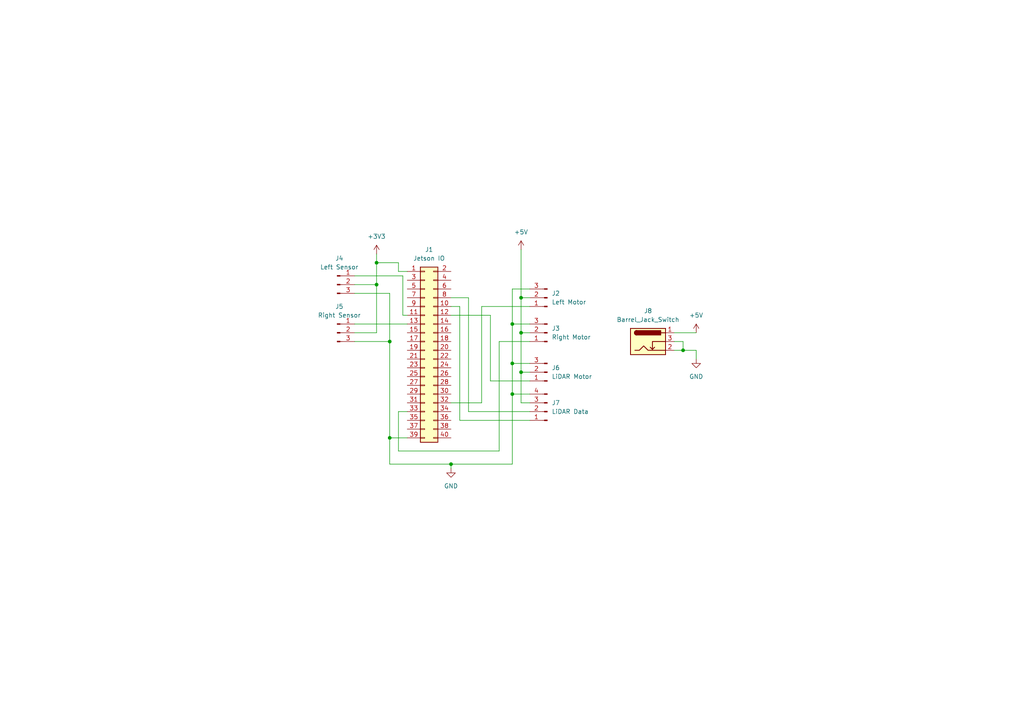
<source format=kicad_sch>
(kicad_sch (version 20230121) (generator eeschema)

  (uuid 3a34af9e-077c-4162-ba99-77c5a906a8a1)

  (paper "A4")

  (lib_symbols
    (symbol "Connector:Barrel_Jack_Switch" (pin_names hide) (in_bom yes) (on_board yes)
      (property "Reference" "J" (at 0 5.334 0)
        (effects (font (size 1.27 1.27)))
      )
      (property "Value" "Barrel_Jack_Switch" (at 0 -5.08 0)
        (effects (font (size 1.27 1.27)))
      )
      (property "Footprint" "" (at 1.27 -1.016 0)
        (effects (font (size 1.27 1.27)) hide)
      )
      (property "Datasheet" "~" (at 1.27 -1.016 0)
        (effects (font (size 1.27 1.27)) hide)
      )
      (property "ki_keywords" "DC power barrel jack connector" (at 0 0 0)
        (effects (font (size 1.27 1.27)) hide)
      )
      (property "ki_description" "DC Barrel Jack with an internal switch" (at 0 0 0)
        (effects (font (size 1.27 1.27)) hide)
      )
      (property "ki_fp_filters" "BarrelJack*" (at 0 0 0)
        (effects (font (size 1.27 1.27)) hide)
      )
      (symbol "Barrel_Jack_Switch_0_1"
        (rectangle (start -5.08 3.81) (end 5.08 -3.81)
          (stroke (width 0.254) (type default))
          (fill (type background))
        )
        (arc (start -3.302 3.175) (mid -3.9343 2.54) (end -3.302 1.905)
          (stroke (width 0.254) (type default))
          (fill (type none))
        )
        (arc (start -3.302 3.175) (mid -3.9343 2.54) (end -3.302 1.905)
          (stroke (width 0.254) (type default))
          (fill (type outline))
        )
        (polyline
          (pts
            (xy 1.27 -2.286)
            (xy 1.905 -1.651)
          )
          (stroke (width 0.254) (type default))
          (fill (type none))
        )
        (polyline
          (pts
            (xy 5.08 2.54)
            (xy 3.81 2.54)
          )
          (stroke (width 0.254) (type default))
          (fill (type none))
        )
        (polyline
          (pts
            (xy 5.08 0)
            (xy 1.27 0)
            (xy 1.27 -2.286)
            (xy 0.635 -1.651)
          )
          (stroke (width 0.254) (type default))
          (fill (type none))
        )
        (polyline
          (pts
            (xy -3.81 -2.54)
            (xy -2.54 -2.54)
            (xy -1.27 -1.27)
            (xy 0 -2.54)
            (xy 2.54 -2.54)
            (xy 5.08 -2.54)
          )
          (stroke (width 0.254) (type default))
          (fill (type none))
        )
        (rectangle (start 3.683 3.175) (end -3.302 1.905)
          (stroke (width 0.254) (type default))
          (fill (type outline))
        )
      )
      (symbol "Barrel_Jack_Switch_1_1"
        (pin passive line (at 7.62 2.54 180) (length 2.54)
          (name "~" (effects (font (size 1.27 1.27))))
          (number "1" (effects (font (size 1.27 1.27))))
        )
        (pin passive line (at 7.62 -2.54 180) (length 2.54)
          (name "~" (effects (font (size 1.27 1.27))))
          (number "2" (effects (font (size 1.27 1.27))))
        )
        (pin passive line (at 7.62 0 180) (length 2.54)
          (name "~" (effects (font (size 1.27 1.27))))
          (number "3" (effects (font (size 1.27 1.27))))
        )
      )
    )
    (symbol "Connector:Conn_01x03_Pin" (pin_names (offset 1.016) hide) (in_bom yes) (on_board yes)
      (property "Reference" "J" (at 0 5.08 0)
        (effects (font (size 1.27 1.27)))
      )
      (property "Value" "Conn_01x03_Pin" (at 0 -5.08 0)
        (effects (font (size 1.27 1.27)))
      )
      (property "Footprint" "" (at 0 0 0)
        (effects (font (size 1.27 1.27)) hide)
      )
      (property "Datasheet" "~" (at 0 0 0)
        (effects (font (size 1.27 1.27)) hide)
      )
      (property "ki_locked" "" (at 0 0 0)
        (effects (font (size 1.27 1.27)))
      )
      (property "ki_keywords" "connector" (at 0 0 0)
        (effects (font (size 1.27 1.27)) hide)
      )
      (property "ki_description" "Generic connector, single row, 01x03, script generated" (at 0 0 0)
        (effects (font (size 1.27 1.27)) hide)
      )
      (property "ki_fp_filters" "Connector*:*_1x??_*" (at 0 0 0)
        (effects (font (size 1.27 1.27)) hide)
      )
      (symbol "Conn_01x03_Pin_1_1"
        (polyline
          (pts
            (xy 1.27 -2.54)
            (xy 0.8636 -2.54)
          )
          (stroke (width 0.1524) (type default))
          (fill (type none))
        )
        (polyline
          (pts
            (xy 1.27 0)
            (xy 0.8636 0)
          )
          (stroke (width 0.1524) (type default))
          (fill (type none))
        )
        (polyline
          (pts
            (xy 1.27 2.54)
            (xy 0.8636 2.54)
          )
          (stroke (width 0.1524) (type default))
          (fill (type none))
        )
        (rectangle (start 0.8636 -2.413) (end 0 -2.667)
          (stroke (width 0.1524) (type default))
          (fill (type outline))
        )
        (rectangle (start 0.8636 0.127) (end 0 -0.127)
          (stroke (width 0.1524) (type default))
          (fill (type outline))
        )
        (rectangle (start 0.8636 2.667) (end 0 2.413)
          (stroke (width 0.1524) (type default))
          (fill (type outline))
        )
        (pin passive line (at 5.08 2.54 180) (length 3.81)
          (name "Pin_1" (effects (font (size 1.27 1.27))))
          (number "1" (effects (font (size 1.27 1.27))))
        )
        (pin passive line (at 5.08 0 180) (length 3.81)
          (name "Pin_2" (effects (font (size 1.27 1.27))))
          (number "2" (effects (font (size 1.27 1.27))))
        )
        (pin passive line (at 5.08 -2.54 180) (length 3.81)
          (name "Pin_3" (effects (font (size 1.27 1.27))))
          (number "3" (effects (font (size 1.27 1.27))))
        )
      )
    )
    (symbol "Connector:Conn_01x04_Pin" (pin_names (offset 1.016) hide) (in_bom yes) (on_board yes)
      (property "Reference" "J" (at 0 5.08 0)
        (effects (font (size 1.27 1.27)))
      )
      (property "Value" "Conn_01x04_Pin" (at 0 -7.62 0)
        (effects (font (size 1.27 1.27)))
      )
      (property "Footprint" "" (at 0 0 0)
        (effects (font (size 1.27 1.27)) hide)
      )
      (property "Datasheet" "~" (at 0 0 0)
        (effects (font (size 1.27 1.27)) hide)
      )
      (property "ki_locked" "" (at 0 0 0)
        (effects (font (size 1.27 1.27)))
      )
      (property "ki_keywords" "connector" (at 0 0 0)
        (effects (font (size 1.27 1.27)) hide)
      )
      (property "ki_description" "Generic connector, single row, 01x04, script generated" (at 0 0 0)
        (effects (font (size 1.27 1.27)) hide)
      )
      (property "ki_fp_filters" "Connector*:*_1x??_*" (at 0 0 0)
        (effects (font (size 1.27 1.27)) hide)
      )
      (symbol "Conn_01x04_Pin_1_1"
        (polyline
          (pts
            (xy 1.27 -5.08)
            (xy 0.8636 -5.08)
          )
          (stroke (width 0.1524) (type default))
          (fill (type none))
        )
        (polyline
          (pts
            (xy 1.27 -2.54)
            (xy 0.8636 -2.54)
          )
          (stroke (width 0.1524) (type default))
          (fill (type none))
        )
        (polyline
          (pts
            (xy 1.27 0)
            (xy 0.8636 0)
          )
          (stroke (width 0.1524) (type default))
          (fill (type none))
        )
        (polyline
          (pts
            (xy 1.27 2.54)
            (xy 0.8636 2.54)
          )
          (stroke (width 0.1524) (type default))
          (fill (type none))
        )
        (rectangle (start 0.8636 -4.953) (end 0 -5.207)
          (stroke (width 0.1524) (type default))
          (fill (type outline))
        )
        (rectangle (start 0.8636 -2.413) (end 0 -2.667)
          (stroke (width 0.1524) (type default))
          (fill (type outline))
        )
        (rectangle (start 0.8636 0.127) (end 0 -0.127)
          (stroke (width 0.1524) (type default))
          (fill (type outline))
        )
        (rectangle (start 0.8636 2.667) (end 0 2.413)
          (stroke (width 0.1524) (type default))
          (fill (type outline))
        )
        (pin passive line (at 5.08 2.54 180) (length 3.81)
          (name "Pin_1" (effects (font (size 1.27 1.27))))
          (number "1" (effects (font (size 1.27 1.27))))
        )
        (pin passive line (at 5.08 0 180) (length 3.81)
          (name "Pin_2" (effects (font (size 1.27 1.27))))
          (number "2" (effects (font (size 1.27 1.27))))
        )
        (pin passive line (at 5.08 -2.54 180) (length 3.81)
          (name "Pin_3" (effects (font (size 1.27 1.27))))
          (number "3" (effects (font (size 1.27 1.27))))
        )
        (pin passive line (at 5.08 -5.08 180) (length 3.81)
          (name "Pin_4" (effects (font (size 1.27 1.27))))
          (number "4" (effects (font (size 1.27 1.27))))
        )
      )
    )
    (symbol "Connector_Generic:Conn_02x20_Odd_Even" (pin_names (offset 1.016) hide) (in_bom yes) (on_board yes)
      (property "Reference" "J" (at 1.27 25.4 0)
        (effects (font (size 1.27 1.27)))
      )
      (property "Value" "Conn_02x20_Odd_Even" (at 1.27 -27.94 0)
        (effects (font (size 1.27 1.27)))
      )
      (property "Footprint" "" (at 0 0 0)
        (effects (font (size 1.27 1.27)) hide)
      )
      (property "Datasheet" "~" (at 0 0 0)
        (effects (font (size 1.27 1.27)) hide)
      )
      (property "ki_keywords" "connector" (at 0 0 0)
        (effects (font (size 1.27 1.27)) hide)
      )
      (property "ki_description" "Generic connector, double row, 02x20, odd/even pin numbering scheme (row 1 odd numbers, row 2 even numbers), script generated (kicad-library-utils/schlib/autogen/connector/)" (at 0 0 0)
        (effects (font (size 1.27 1.27)) hide)
      )
      (property "ki_fp_filters" "Connector*:*_2x??_*" (at 0 0 0)
        (effects (font (size 1.27 1.27)) hide)
      )
      (symbol "Conn_02x20_Odd_Even_1_1"
        (rectangle (start -1.27 -25.273) (end 0 -25.527)
          (stroke (width 0.1524) (type default))
          (fill (type none))
        )
        (rectangle (start -1.27 -22.733) (end 0 -22.987)
          (stroke (width 0.1524) (type default))
          (fill (type none))
        )
        (rectangle (start -1.27 -20.193) (end 0 -20.447)
          (stroke (width 0.1524) (type default))
          (fill (type none))
        )
        (rectangle (start -1.27 -17.653) (end 0 -17.907)
          (stroke (width 0.1524) (type default))
          (fill (type none))
        )
        (rectangle (start -1.27 -15.113) (end 0 -15.367)
          (stroke (width 0.1524) (type default))
          (fill (type none))
        )
        (rectangle (start -1.27 -12.573) (end 0 -12.827)
          (stroke (width 0.1524) (type default))
          (fill (type none))
        )
        (rectangle (start -1.27 -10.033) (end 0 -10.287)
          (stroke (width 0.1524) (type default))
          (fill (type none))
        )
        (rectangle (start -1.27 -7.493) (end 0 -7.747)
          (stroke (width 0.1524) (type default))
          (fill (type none))
        )
        (rectangle (start -1.27 -4.953) (end 0 -5.207)
          (stroke (width 0.1524) (type default))
          (fill (type none))
        )
        (rectangle (start -1.27 -2.413) (end 0 -2.667)
          (stroke (width 0.1524) (type default))
          (fill (type none))
        )
        (rectangle (start -1.27 0.127) (end 0 -0.127)
          (stroke (width 0.1524) (type default))
          (fill (type none))
        )
        (rectangle (start -1.27 2.667) (end 0 2.413)
          (stroke (width 0.1524) (type default))
          (fill (type none))
        )
        (rectangle (start -1.27 5.207) (end 0 4.953)
          (stroke (width 0.1524) (type default))
          (fill (type none))
        )
        (rectangle (start -1.27 7.747) (end 0 7.493)
          (stroke (width 0.1524) (type default))
          (fill (type none))
        )
        (rectangle (start -1.27 10.287) (end 0 10.033)
          (stroke (width 0.1524) (type default))
          (fill (type none))
        )
        (rectangle (start -1.27 12.827) (end 0 12.573)
          (stroke (width 0.1524) (type default))
          (fill (type none))
        )
        (rectangle (start -1.27 15.367) (end 0 15.113)
          (stroke (width 0.1524) (type default))
          (fill (type none))
        )
        (rectangle (start -1.27 17.907) (end 0 17.653)
          (stroke (width 0.1524) (type default))
          (fill (type none))
        )
        (rectangle (start -1.27 20.447) (end 0 20.193)
          (stroke (width 0.1524) (type default))
          (fill (type none))
        )
        (rectangle (start -1.27 22.987) (end 0 22.733)
          (stroke (width 0.1524) (type default))
          (fill (type none))
        )
        (rectangle (start -1.27 24.13) (end 3.81 -26.67)
          (stroke (width 0.254) (type default))
          (fill (type background))
        )
        (rectangle (start 3.81 -25.273) (end 2.54 -25.527)
          (stroke (width 0.1524) (type default))
          (fill (type none))
        )
        (rectangle (start 3.81 -22.733) (end 2.54 -22.987)
          (stroke (width 0.1524) (type default))
          (fill (type none))
        )
        (rectangle (start 3.81 -20.193) (end 2.54 -20.447)
          (stroke (width 0.1524) (type default))
          (fill (type none))
        )
        (rectangle (start 3.81 -17.653) (end 2.54 -17.907)
          (stroke (width 0.1524) (type default))
          (fill (type none))
        )
        (rectangle (start 3.81 -15.113) (end 2.54 -15.367)
          (stroke (width 0.1524) (type default))
          (fill (type none))
        )
        (rectangle (start 3.81 -12.573) (end 2.54 -12.827)
          (stroke (width 0.1524) (type default))
          (fill (type none))
        )
        (rectangle (start 3.81 -10.033) (end 2.54 -10.287)
          (stroke (width 0.1524) (type default))
          (fill (type none))
        )
        (rectangle (start 3.81 -7.493) (end 2.54 -7.747)
          (stroke (width 0.1524) (type default))
          (fill (type none))
        )
        (rectangle (start 3.81 -4.953) (end 2.54 -5.207)
          (stroke (width 0.1524) (type default))
          (fill (type none))
        )
        (rectangle (start 3.81 -2.413) (end 2.54 -2.667)
          (stroke (width 0.1524) (type default))
          (fill (type none))
        )
        (rectangle (start 3.81 0.127) (end 2.54 -0.127)
          (stroke (width 0.1524) (type default))
          (fill (type none))
        )
        (rectangle (start 3.81 2.667) (end 2.54 2.413)
          (stroke (width 0.1524) (type default))
          (fill (type none))
        )
        (rectangle (start 3.81 5.207) (end 2.54 4.953)
          (stroke (width 0.1524) (type default))
          (fill (type none))
        )
        (rectangle (start 3.81 7.747) (end 2.54 7.493)
          (stroke (width 0.1524) (type default))
          (fill (type none))
        )
        (rectangle (start 3.81 10.287) (end 2.54 10.033)
          (stroke (width 0.1524) (type default))
          (fill (type none))
        )
        (rectangle (start 3.81 12.827) (end 2.54 12.573)
          (stroke (width 0.1524) (type default))
          (fill (type none))
        )
        (rectangle (start 3.81 15.367) (end 2.54 15.113)
          (stroke (width 0.1524) (type default))
          (fill (type none))
        )
        (rectangle (start 3.81 17.907) (end 2.54 17.653)
          (stroke (width 0.1524) (type default))
          (fill (type none))
        )
        (rectangle (start 3.81 20.447) (end 2.54 20.193)
          (stroke (width 0.1524) (type default))
          (fill (type none))
        )
        (rectangle (start 3.81 22.987) (end 2.54 22.733)
          (stroke (width 0.1524) (type default))
          (fill (type none))
        )
        (pin passive line (at -5.08 22.86 0) (length 3.81)
          (name "Pin_1" (effects (font (size 1.27 1.27))))
          (number "1" (effects (font (size 1.27 1.27))))
        )
        (pin passive line (at 7.62 12.7 180) (length 3.81)
          (name "Pin_10" (effects (font (size 1.27 1.27))))
          (number "10" (effects (font (size 1.27 1.27))))
        )
        (pin passive line (at -5.08 10.16 0) (length 3.81)
          (name "Pin_11" (effects (font (size 1.27 1.27))))
          (number "11" (effects (font (size 1.27 1.27))))
        )
        (pin passive line (at 7.62 10.16 180) (length 3.81)
          (name "Pin_12" (effects (font (size 1.27 1.27))))
          (number "12" (effects (font (size 1.27 1.27))))
        )
        (pin passive line (at -5.08 7.62 0) (length 3.81)
          (name "Pin_13" (effects (font (size 1.27 1.27))))
          (number "13" (effects (font (size 1.27 1.27))))
        )
        (pin passive line (at 7.62 7.62 180) (length 3.81)
          (name "Pin_14" (effects (font (size 1.27 1.27))))
          (number "14" (effects (font (size 1.27 1.27))))
        )
        (pin passive line (at -5.08 5.08 0) (length 3.81)
          (name "Pin_15" (effects (font (size 1.27 1.27))))
          (number "15" (effects (font (size 1.27 1.27))))
        )
        (pin passive line (at 7.62 5.08 180) (length 3.81)
          (name "Pin_16" (effects (font (size 1.27 1.27))))
          (number "16" (effects (font (size 1.27 1.27))))
        )
        (pin passive line (at -5.08 2.54 0) (length 3.81)
          (name "Pin_17" (effects (font (size 1.27 1.27))))
          (number "17" (effects (font (size 1.27 1.27))))
        )
        (pin passive line (at 7.62 2.54 180) (length 3.81)
          (name "Pin_18" (effects (font (size 1.27 1.27))))
          (number "18" (effects (font (size 1.27 1.27))))
        )
        (pin passive line (at -5.08 0 0) (length 3.81)
          (name "Pin_19" (effects (font (size 1.27 1.27))))
          (number "19" (effects (font (size 1.27 1.27))))
        )
        (pin passive line (at 7.62 22.86 180) (length 3.81)
          (name "Pin_2" (effects (font (size 1.27 1.27))))
          (number "2" (effects (font (size 1.27 1.27))))
        )
        (pin passive line (at 7.62 0 180) (length 3.81)
          (name "Pin_20" (effects (font (size 1.27 1.27))))
          (number "20" (effects (font (size 1.27 1.27))))
        )
        (pin passive line (at -5.08 -2.54 0) (length 3.81)
          (name "Pin_21" (effects (font (size 1.27 1.27))))
          (number "21" (effects (font (size 1.27 1.27))))
        )
        (pin passive line (at 7.62 -2.54 180) (length 3.81)
          (name "Pin_22" (effects (font (size 1.27 1.27))))
          (number "22" (effects (font (size 1.27 1.27))))
        )
        (pin passive line (at -5.08 -5.08 0) (length 3.81)
          (name "Pin_23" (effects (font (size 1.27 1.27))))
          (number "23" (effects (font (size 1.27 1.27))))
        )
        (pin passive line (at 7.62 -5.08 180) (length 3.81)
          (name "Pin_24" (effects (font (size 1.27 1.27))))
          (number "24" (effects (font (size 1.27 1.27))))
        )
        (pin passive line (at -5.08 -7.62 0) (length 3.81)
          (name "Pin_25" (effects (font (size 1.27 1.27))))
          (number "25" (effects (font (size 1.27 1.27))))
        )
        (pin passive line (at 7.62 -7.62 180) (length 3.81)
          (name "Pin_26" (effects (font (size 1.27 1.27))))
          (number "26" (effects (font (size 1.27 1.27))))
        )
        (pin passive line (at -5.08 -10.16 0) (length 3.81)
          (name "Pin_27" (effects (font (size 1.27 1.27))))
          (number "27" (effects (font (size 1.27 1.27))))
        )
        (pin passive line (at 7.62 -10.16 180) (length 3.81)
          (name "Pin_28" (effects (font (size 1.27 1.27))))
          (number "28" (effects (font (size 1.27 1.27))))
        )
        (pin passive line (at -5.08 -12.7 0) (length 3.81)
          (name "Pin_29" (effects (font (size 1.27 1.27))))
          (number "29" (effects (font (size 1.27 1.27))))
        )
        (pin passive line (at -5.08 20.32 0) (length 3.81)
          (name "Pin_3" (effects (font (size 1.27 1.27))))
          (number "3" (effects (font (size 1.27 1.27))))
        )
        (pin passive line (at 7.62 -12.7 180) (length 3.81)
          (name "Pin_30" (effects (font (size 1.27 1.27))))
          (number "30" (effects (font (size 1.27 1.27))))
        )
        (pin passive line (at -5.08 -15.24 0) (length 3.81)
          (name "Pin_31" (effects (font (size 1.27 1.27))))
          (number "31" (effects (font (size 1.27 1.27))))
        )
        (pin passive line (at 7.62 -15.24 180) (length 3.81)
          (name "Pin_32" (effects (font (size 1.27 1.27))))
          (number "32" (effects (font (size 1.27 1.27))))
        )
        (pin passive line (at -5.08 -17.78 0) (length 3.81)
          (name "Pin_33" (effects (font (size 1.27 1.27))))
          (number "33" (effects (font (size 1.27 1.27))))
        )
        (pin passive line (at 7.62 -17.78 180) (length 3.81)
          (name "Pin_34" (effects (font (size 1.27 1.27))))
          (number "34" (effects (font (size 1.27 1.27))))
        )
        (pin passive line (at -5.08 -20.32 0) (length 3.81)
          (name "Pin_35" (effects (font (size 1.27 1.27))))
          (number "35" (effects (font (size 1.27 1.27))))
        )
        (pin passive line (at 7.62 -20.32 180) (length 3.81)
          (name "Pin_36" (effects (font (size 1.27 1.27))))
          (number "36" (effects (font (size 1.27 1.27))))
        )
        (pin passive line (at -5.08 -22.86 0) (length 3.81)
          (name "Pin_37" (effects (font (size 1.27 1.27))))
          (number "37" (effects (font (size 1.27 1.27))))
        )
        (pin passive line (at 7.62 -22.86 180) (length 3.81)
          (name "Pin_38" (effects (font (size 1.27 1.27))))
          (number "38" (effects (font (size 1.27 1.27))))
        )
        (pin passive line (at -5.08 -25.4 0) (length 3.81)
          (name "Pin_39" (effects (font (size 1.27 1.27))))
          (number "39" (effects (font (size 1.27 1.27))))
        )
        (pin passive line (at 7.62 20.32 180) (length 3.81)
          (name "Pin_4" (effects (font (size 1.27 1.27))))
          (number "4" (effects (font (size 1.27 1.27))))
        )
        (pin passive line (at 7.62 -25.4 180) (length 3.81)
          (name "Pin_40" (effects (font (size 1.27 1.27))))
          (number "40" (effects (font (size 1.27 1.27))))
        )
        (pin passive line (at -5.08 17.78 0) (length 3.81)
          (name "Pin_5" (effects (font (size 1.27 1.27))))
          (number "5" (effects (font (size 1.27 1.27))))
        )
        (pin passive line (at 7.62 17.78 180) (length 3.81)
          (name "Pin_6" (effects (font (size 1.27 1.27))))
          (number "6" (effects (font (size 1.27 1.27))))
        )
        (pin passive line (at -5.08 15.24 0) (length 3.81)
          (name "Pin_7" (effects (font (size 1.27 1.27))))
          (number "7" (effects (font (size 1.27 1.27))))
        )
        (pin passive line (at 7.62 15.24 180) (length 3.81)
          (name "Pin_8" (effects (font (size 1.27 1.27))))
          (number "8" (effects (font (size 1.27 1.27))))
        )
        (pin passive line (at -5.08 12.7 0) (length 3.81)
          (name "Pin_9" (effects (font (size 1.27 1.27))))
          (number "9" (effects (font (size 1.27 1.27))))
        )
      )
    )
    (symbol "power:+3V3" (power) (pin_names (offset 0)) (in_bom yes) (on_board yes)
      (property "Reference" "#PWR" (at 0 -3.81 0)
        (effects (font (size 1.27 1.27)) hide)
      )
      (property "Value" "+3V3" (at 0 3.556 0)
        (effects (font (size 1.27 1.27)))
      )
      (property "Footprint" "" (at 0 0 0)
        (effects (font (size 1.27 1.27)) hide)
      )
      (property "Datasheet" "" (at 0 0 0)
        (effects (font (size 1.27 1.27)) hide)
      )
      (property "ki_keywords" "global power" (at 0 0 0)
        (effects (font (size 1.27 1.27)) hide)
      )
      (property "ki_description" "Power symbol creates a global label with name \"+3V3\"" (at 0 0 0)
        (effects (font (size 1.27 1.27)) hide)
      )
      (symbol "+3V3_0_1"
        (polyline
          (pts
            (xy -0.762 1.27)
            (xy 0 2.54)
          )
          (stroke (width 0) (type default))
          (fill (type none))
        )
        (polyline
          (pts
            (xy 0 0)
            (xy 0 2.54)
          )
          (stroke (width 0) (type default))
          (fill (type none))
        )
        (polyline
          (pts
            (xy 0 2.54)
            (xy 0.762 1.27)
          )
          (stroke (width 0) (type default))
          (fill (type none))
        )
      )
      (symbol "+3V3_1_1"
        (pin power_in line (at 0 0 90) (length 0) hide
          (name "+3V3" (effects (font (size 1.27 1.27))))
          (number "1" (effects (font (size 1.27 1.27))))
        )
      )
    )
    (symbol "power:+5V" (power) (pin_names (offset 0)) (in_bom yes) (on_board yes)
      (property "Reference" "#PWR" (at 0 -3.81 0)
        (effects (font (size 1.27 1.27)) hide)
      )
      (property "Value" "+5V" (at 0 3.556 0)
        (effects (font (size 1.27 1.27)))
      )
      (property "Footprint" "" (at 0 0 0)
        (effects (font (size 1.27 1.27)) hide)
      )
      (property "Datasheet" "" (at 0 0 0)
        (effects (font (size 1.27 1.27)) hide)
      )
      (property "ki_keywords" "global power" (at 0 0 0)
        (effects (font (size 1.27 1.27)) hide)
      )
      (property "ki_description" "Power symbol creates a global label with name \"+5V\"" (at 0 0 0)
        (effects (font (size 1.27 1.27)) hide)
      )
      (symbol "+5V_0_1"
        (polyline
          (pts
            (xy -0.762 1.27)
            (xy 0 2.54)
          )
          (stroke (width 0) (type default))
          (fill (type none))
        )
        (polyline
          (pts
            (xy 0 0)
            (xy 0 2.54)
          )
          (stroke (width 0) (type default))
          (fill (type none))
        )
        (polyline
          (pts
            (xy 0 2.54)
            (xy 0.762 1.27)
          )
          (stroke (width 0) (type default))
          (fill (type none))
        )
      )
      (symbol "+5V_1_1"
        (pin power_in line (at 0 0 90) (length 0) hide
          (name "+5V" (effects (font (size 1.27 1.27))))
          (number "1" (effects (font (size 1.27 1.27))))
        )
      )
    )
    (symbol "power:GND" (power) (pin_names (offset 0)) (in_bom yes) (on_board yes)
      (property "Reference" "#PWR" (at 0 -6.35 0)
        (effects (font (size 1.27 1.27)) hide)
      )
      (property "Value" "GND" (at 0 -3.81 0)
        (effects (font (size 1.27 1.27)))
      )
      (property "Footprint" "" (at 0 0 0)
        (effects (font (size 1.27 1.27)) hide)
      )
      (property "Datasheet" "" (at 0 0 0)
        (effects (font (size 1.27 1.27)) hide)
      )
      (property "ki_keywords" "global power" (at 0 0 0)
        (effects (font (size 1.27 1.27)) hide)
      )
      (property "ki_description" "Power symbol creates a global label with name \"GND\" , ground" (at 0 0 0)
        (effects (font (size 1.27 1.27)) hide)
      )
      (symbol "GND_0_1"
        (polyline
          (pts
            (xy 0 0)
            (xy 0 -1.27)
            (xy 1.27 -1.27)
            (xy 0 -2.54)
            (xy -1.27 -1.27)
            (xy 0 -1.27)
          )
          (stroke (width 0) (type default))
          (fill (type none))
        )
      )
      (symbol "GND_1_1"
        (pin power_in line (at 0 0 270) (length 0) hide
          (name "GND" (effects (font (size 1.27 1.27))))
          (number "1" (effects (font (size 1.27 1.27))))
        )
      )
    )
  )

  (junction (at 151.13 86.36) (diameter 0) (color 0 0 0 0)
    (uuid 0239f7a1-b4af-4a9f-a164-a26892ec3b65)
  )
  (junction (at 109.22 82.55) (diameter 0) (color 0 0 0 0)
    (uuid 11911a95-dc38-47df-ae3c-202d86d67f86)
  )
  (junction (at 151.13 96.52) (diameter 0) (color 0 0 0 0)
    (uuid 243b98a0-8323-415d-936e-707a4bae70c3)
  )
  (junction (at 109.22 76.2) (diameter 0) (color 0 0 0 0)
    (uuid 2627f023-1ede-4d20-a345-9f1cb01d0fe2)
  )
  (junction (at 130.81 134.62) (diameter 0) (color 0 0 0 0)
    (uuid 2a3ec128-bc1a-49db-9419-2ac2ec2b0802)
  )
  (junction (at 198.12 101.6) (diameter 0) (color 0 0 0 0)
    (uuid 2bfce121-9d0e-4ae2-a290-8ef6a9f25331)
  )
  (junction (at 148.59 93.98) (diameter 0) (color 0 0 0 0)
    (uuid 4f05c964-1feb-4176-a0ef-40950868b46d)
  )
  (junction (at 113.03 99.06) (diameter 0) (color 0 0 0 0)
    (uuid 61bbba87-a99a-4d26-946f-9537415468d7)
  )
  (junction (at 151.13 107.95) (diameter 0) (color 0 0 0 0)
    (uuid 8d04e58c-c1bd-44ed-8760-28312f758cad)
  )
  (junction (at 148.59 114.3) (diameter 0) (color 0 0 0 0)
    (uuid 9c18f260-ded7-440d-9367-3badce3d78bd)
  )
  (junction (at 113.03 127) (diameter 0) (color 0 0 0 0)
    (uuid e2a9bad3-044a-40ee-9978-44894caa4180)
  )
  (junction (at 148.59 105.41) (diameter 0) (color 0 0 0 0)
    (uuid e36db828-154c-4d5a-a254-c51ea7347c3c)
  )

  (wire (pts (xy 201.93 96.52) (xy 195.58 96.52))
    (stroke (width 0) (type default))
    (uuid 0152fd8c-5f08-477f-8997-abae53951eea)
  )
  (wire (pts (xy 109.22 73.66) (xy 109.22 76.2))
    (stroke (width 0) (type default))
    (uuid 04035d5a-f042-4925-89e0-2a8140a2ce57)
  )
  (wire (pts (xy 113.03 127) (xy 113.03 134.62))
    (stroke (width 0) (type default))
    (uuid 04944d81-ac75-4f8e-adc1-e5d5a935742a)
  )
  (wire (pts (xy 113.03 85.09) (xy 113.03 99.06))
    (stroke (width 0) (type default))
    (uuid 05ead323-511c-4da5-a73b-0fc5ebbd8d35)
  )
  (wire (pts (xy 151.13 96.52) (xy 153.67 96.52))
    (stroke (width 0) (type default))
    (uuid 09a0f34c-860b-4ab2-a2e5-42a115c0249a)
  )
  (wire (pts (xy 115.57 130.81) (xy 115.57 119.38))
    (stroke (width 0) (type default))
    (uuid 0c2b9288-04c3-4cdd-8545-7bb8aa5a200f)
  )
  (wire (pts (xy 148.59 83.82) (xy 148.59 93.98))
    (stroke (width 0) (type default))
    (uuid 0f1fbd72-03b3-4b83-a684-64793e45f32b)
  )
  (wire (pts (xy 198.12 101.6) (xy 201.93 101.6))
    (stroke (width 0) (type default))
    (uuid 16a52c0d-0410-4dbc-9ce7-270b86fa1162)
  )
  (wire (pts (xy 148.59 93.98) (xy 148.59 105.41))
    (stroke (width 0) (type default))
    (uuid 19687ed4-78e8-487d-b78e-fb7d63b31a9f)
  )
  (wire (pts (xy 148.59 105.41) (xy 148.59 114.3))
    (stroke (width 0) (type default))
    (uuid 2054384b-ef56-4b06-85be-b45fc6579eac)
  )
  (wire (pts (xy 153.67 88.9) (xy 139.7 88.9))
    (stroke (width 0) (type default))
    (uuid 23959537-5892-4b73-b6fd-27036d5adf4f)
  )
  (wire (pts (xy 115.57 78.74) (xy 118.11 78.74))
    (stroke (width 0) (type default))
    (uuid 29405968-36e5-4e24-b7b0-a16c4344a6eb)
  )
  (wire (pts (xy 102.87 80.01) (xy 116.84 80.01))
    (stroke (width 0) (type default))
    (uuid 2d5da2e5-3daa-4dfc-9e72-5fe9a275cfd7)
  )
  (wire (pts (xy 151.13 72.39) (xy 151.13 86.36))
    (stroke (width 0) (type default))
    (uuid 34b2f1af-d688-4fb3-8cb8-967919dd74f0)
  )
  (wire (pts (xy 148.59 83.82) (xy 153.67 83.82))
    (stroke (width 0) (type default))
    (uuid 366acd6c-a7dd-430b-8d0d-df2a00f03ce4)
  )
  (wire (pts (xy 195.58 101.6) (xy 198.12 101.6))
    (stroke (width 0) (type default))
    (uuid 36969404-3f93-47a0-ab6e-ebd088c3d2c8)
  )
  (wire (pts (xy 109.22 76.2) (xy 109.22 82.55))
    (stroke (width 0) (type default))
    (uuid 383ae56f-a116-4330-a75f-09c36d62c31e)
  )
  (wire (pts (xy 151.13 116.84) (xy 153.67 116.84))
    (stroke (width 0) (type default))
    (uuid 393ae4be-2527-4780-920e-dcafb726c51e)
  )
  (wire (pts (xy 102.87 85.09) (xy 113.03 85.09))
    (stroke (width 0) (type default))
    (uuid 3be60201-481e-4ac4-b7c6-59246bc15aed)
  )
  (wire (pts (xy 201.93 101.6) (xy 201.93 104.14))
    (stroke (width 0) (type default))
    (uuid 40495a47-4145-45f0-aed5-6329b9e5e3b5)
  )
  (wire (pts (xy 113.03 127) (xy 118.11 127))
    (stroke (width 0) (type default))
    (uuid 42fd60f5-3b3c-46f8-8876-c0b66ee513c3)
  )
  (wire (pts (xy 153.67 119.38) (xy 135.89 119.38))
    (stroke (width 0) (type default))
    (uuid 47e77a09-8227-4990-898f-af56807d25b3)
  )
  (wire (pts (xy 139.7 116.84) (xy 130.81 116.84))
    (stroke (width 0) (type default))
    (uuid 47f7cf90-9108-4508-b8ed-99ed9dbcbe8e)
  )
  (wire (pts (xy 102.87 93.98) (xy 118.11 93.98))
    (stroke (width 0) (type default))
    (uuid 4b04bc71-a43d-4bde-9ed4-e535d380f1c4)
  )
  (wire (pts (xy 116.84 80.01) (xy 116.84 91.44))
    (stroke (width 0) (type default))
    (uuid 4eba9526-e345-465a-8f69-20a8724ffada)
  )
  (wire (pts (xy 115.57 119.38) (xy 118.11 119.38))
    (stroke (width 0) (type default))
    (uuid 4ed0e4d5-aa89-40ff-9eb2-e4adb012e3d1)
  )
  (wire (pts (xy 148.59 105.41) (xy 153.67 105.41))
    (stroke (width 0) (type default))
    (uuid 4f955ea0-5b44-455f-94a6-7eb06cda81dd)
  )
  (wire (pts (xy 130.81 88.9) (xy 133.35 88.9))
    (stroke (width 0) (type default))
    (uuid 5425eb8a-e370-46c7-a4de-f5e0eba12c58)
  )
  (wire (pts (xy 198.12 99.06) (xy 198.12 101.6))
    (stroke (width 0) (type default))
    (uuid 57fed307-10fb-4c51-a0e9-a68d0605567c)
  )
  (wire (pts (xy 115.57 76.2) (xy 115.57 78.74))
    (stroke (width 0) (type default))
    (uuid 61de7a35-4fa5-47ce-a735-ae01fb485a00)
  )
  (wire (pts (xy 151.13 107.95) (xy 153.67 107.95))
    (stroke (width 0) (type default))
    (uuid 648550bf-2f44-499c-982c-826c1379bee3)
  )
  (wire (pts (xy 130.81 134.62) (xy 148.59 134.62))
    (stroke (width 0) (type default))
    (uuid 790f6d5f-ce98-4fac-88b9-e4b81849aef6)
  )
  (wire (pts (xy 102.87 82.55) (xy 109.22 82.55))
    (stroke (width 0) (type default))
    (uuid 7a23ec61-2334-4b5c-a657-acae0d2f3fe1)
  )
  (wire (pts (xy 139.7 88.9) (xy 139.7 116.84))
    (stroke (width 0) (type default))
    (uuid 875395c7-452d-4165-811f-3e1e5fa7e18b)
  )
  (wire (pts (xy 130.81 91.44) (xy 142.24 91.44))
    (stroke (width 0) (type default))
    (uuid 88d9a6c0-e09f-4a63-8093-9211195bdf4e)
  )
  (wire (pts (xy 102.87 96.52) (xy 109.22 96.52))
    (stroke (width 0) (type default))
    (uuid 95d5ae4d-2fee-4e29-9c60-72aa5f1858e6)
  )
  (wire (pts (xy 151.13 86.36) (xy 153.67 86.36))
    (stroke (width 0) (type default))
    (uuid 9816a2bf-afcf-44d3-adc9-c7bb6e81ab49)
  )
  (wire (pts (xy 109.22 76.2) (xy 115.57 76.2))
    (stroke (width 0) (type default))
    (uuid 9ae1c57f-22fe-4363-833a-8adbf4a39f10)
  )
  (wire (pts (xy 195.58 99.06) (xy 198.12 99.06))
    (stroke (width 0) (type default))
    (uuid 9cc08590-7446-4ba9-a658-331d8627330f)
  )
  (wire (pts (xy 153.67 110.49) (xy 142.24 110.49))
    (stroke (width 0) (type default))
    (uuid 9d3b04cd-275e-429b-8b46-b81918452685)
  )
  (wire (pts (xy 113.03 99.06) (xy 113.03 127))
    (stroke (width 0) (type default))
    (uuid a0e60f0b-0677-468c-b20f-e95e2357e155)
  )
  (wire (pts (xy 148.59 114.3) (xy 148.59 134.62))
    (stroke (width 0) (type default))
    (uuid a1f2bcc9-9a1a-4ed4-b35f-9046f655a22d)
  )
  (wire (pts (xy 153.67 121.92) (xy 133.35 121.92))
    (stroke (width 0) (type default))
    (uuid a485cc38-e1f2-4189-8cd9-3c46968c797a)
  )
  (wire (pts (xy 151.13 86.36) (xy 151.13 96.52))
    (stroke (width 0) (type default))
    (uuid a67855ad-82c9-47d6-bb96-80ede5b93109)
  )
  (wire (pts (xy 130.81 134.62) (xy 130.81 135.89))
    (stroke (width 0) (type default))
    (uuid a7a27a8e-24b8-4194-855c-d6a65dd38119)
  )
  (wire (pts (xy 144.78 99.06) (xy 144.78 130.81))
    (stroke (width 0) (type default))
    (uuid b7e822ba-6e39-4efc-b0ab-5a64d070101d)
  )
  (wire (pts (xy 133.35 121.92) (xy 133.35 88.9))
    (stroke (width 0) (type default))
    (uuid b8e7c983-5b52-4a5f-bd04-bbb556bc48c9)
  )
  (wire (pts (xy 148.59 114.3) (xy 153.67 114.3))
    (stroke (width 0) (type default))
    (uuid bef6752c-7571-4ffd-a415-c60869e7b26d)
  )
  (wire (pts (xy 153.67 99.06) (xy 144.78 99.06))
    (stroke (width 0) (type default))
    (uuid c1f9f3a5-3b5b-4402-b0e7-16d53d3f9819)
  )
  (wire (pts (xy 148.59 93.98) (xy 153.67 93.98))
    (stroke (width 0) (type default))
    (uuid c36c3770-aa81-4242-b2c7-ce9a8afbe4b0)
  )
  (wire (pts (xy 142.24 110.49) (xy 142.24 91.44))
    (stroke (width 0) (type default))
    (uuid c5709c33-8f67-47f0-8286-81b4b56c4de3)
  )
  (wire (pts (xy 151.13 96.52) (xy 151.13 107.95))
    (stroke (width 0) (type default))
    (uuid c8cc209e-2ffc-4a39-be43-780417e51d42)
  )
  (wire (pts (xy 102.87 99.06) (xy 113.03 99.06))
    (stroke (width 0) (type default))
    (uuid cd4727e4-3d27-4979-8390-697b65ae16fe)
  )
  (wire (pts (xy 135.89 86.36) (xy 130.81 86.36))
    (stroke (width 0) (type default))
    (uuid dbbed654-342a-4dd9-8122-be0c1416b68c)
  )
  (wire (pts (xy 109.22 96.52) (xy 109.22 82.55))
    (stroke (width 0) (type default))
    (uuid e1b0d84e-a408-4038-9e87-c0d4a65d0af3)
  )
  (wire (pts (xy 151.13 107.95) (xy 151.13 116.84))
    (stroke (width 0) (type default))
    (uuid e2c59dd7-281f-4d28-a9dd-3cdbae2fa863)
  )
  (wire (pts (xy 144.78 130.81) (xy 115.57 130.81))
    (stroke (width 0) (type default))
    (uuid e6e8c668-02b5-42c9-8a99-e1a5f8b04160)
  )
  (wire (pts (xy 116.84 91.44) (xy 118.11 91.44))
    (stroke (width 0) (type default))
    (uuid e990f221-82b1-473b-bab9-0eeccadd892a)
  )
  (wire (pts (xy 113.03 134.62) (xy 130.81 134.62))
    (stroke (width 0) (type default))
    (uuid f3307f70-0f1f-4478-9fa4-4bb8022a3487)
  )
  (wire (pts (xy 135.89 86.36) (xy 135.89 119.38))
    (stroke (width 0) (type default))
    (uuid fbfc99d7-0b80-4da4-8563-7950f3311d00)
  )

  (symbol (lib_id "Connector:Conn_01x03_Pin") (at 158.75 86.36 180) (unit 1)
    (in_bom yes) (on_board yes) (dnp no) (fields_autoplaced)
    (uuid 37f6bc23-0754-4e7d-9db2-a8d922144329)
    (property "Reference" "J2" (at 160.02 85.09 0)
      (effects (font (size 1.27 1.27)) (justify right))
    )
    (property "Value" "Left Motor" (at 160.02 87.63 0)
      (effects (font (size 1.27 1.27)) (justify right))
    )
    (property "Footprint" "Connector_PinHeader_2.54mm:PinHeader_1x03_P2.54mm_Vertical" (at 158.75 86.36 0)
      (effects (font (size 1.27 1.27)) hide)
    )
    (property "Datasheet" "~" (at 158.75 86.36 0)
      (effects (font (size 1.27 1.27)) hide)
    )
    (pin "2" (uuid d02f1ef3-75b0-492b-bbfa-0cee55c7bf8d))
    (pin "1" (uuid e4927e16-0fe1-4dbe-a3a9-76251c8b1d68))
    (pin "3" (uuid 1d7ef1e2-fe11-418c-b830-040ae89e17ab))
    (instances
      (project "rhobot_circuit_v2"
        (path "/3a34af9e-077c-4162-ba99-77c5a906a8a1"
          (reference "J2") (unit 1)
        )
      )
    )
  )

  (symbol (lib_id "Connector:Barrel_Jack_Switch") (at 187.96 99.06 0) (unit 1)
    (in_bom yes) (on_board yes) (dnp no) (fields_autoplaced)
    (uuid 39851f00-4dbc-4ccb-ac4a-a0be6e2dfb80)
    (property "Reference" "J8" (at 187.96 90.17 0)
      (effects (font (size 1.27 1.27)))
    )
    (property "Value" "Barrel_Jack_Switch" (at 187.96 92.71 0)
      (effects (font (size 1.27 1.27)))
    )
    (property "Footprint" "Connector_BarrelJack:BarrelJack_Horizontal" (at 189.23 100.076 0)
      (effects (font (size 1.27 1.27)) hide)
    )
    (property "Datasheet" "~" (at 189.23 100.076 0)
      (effects (font (size 1.27 1.27)) hide)
    )
    (pin "1" (uuid ed30c717-4afe-47d6-9ebf-39eb86adcdd7))
    (pin "2" (uuid 598803aa-3abc-4736-b434-c007e977a40a))
    (pin "3" (uuid cbd2723d-ebfa-472b-9004-74db24b37048))
    (instances
      (project "rhobot_circuit_v2"
        (path "/3a34af9e-077c-4162-ba99-77c5a906a8a1"
          (reference "J8") (unit 1)
        )
      )
    )
  )

  (symbol (lib_id "Connector:Conn_01x03_Pin") (at 158.75 107.95 180) (unit 1)
    (in_bom yes) (on_board yes) (dnp no) (fields_autoplaced)
    (uuid 4712b911-a2a9-41ac-ac82-cf23ecbf62a9)
    (property "Reference" "J6" (at 160.02 106.68 0)
      (effects (font (size 1.27 1.27)) (justify right))
    )
    (property "Value" "LiDAR Motor" (at 160.02 109.22 0)
      (effects (font (size 1.27 1.27)) (justify right))
    )
    (property "Footprint" "Connector_PinHeader_2.54mm:PinHeader_1x03_P2.54mm_Vertical" (at 158.75 107.95 0)
      (effects (font (size 1.27 1.27)) hide)
    )
    (property "Datasheet" "~" (at 158.75 107.95 0)
      (effects (font (size 1.27 1.27)) hide)
    )
    (pin "2" (uuid 7fb931d9-ee8e-4ea7-8709-ad1bc4fef105))
    (pin "1" (uuid 0f1b0639-ee25-484e-a2ee-fbbcfb6611c7))
    (pin "3" (uuid b0a91013-320c-451f-ba8c-8035b5bd3410))
    (instances
      (project "rhobot_circuit_v2"
        (path "/3a34af9e-077c-4162-ba99-77c5a906a8a1"
          (reference "J6") (unit 1)
        )
      )
    )
  )

  (symbol (lib_id "Connector_Generic:Conn_02x20_Odd_Even") (at 123.19 101.6 0) (unit 1)
    (in_bom yes) (on_board yes) (dnp no) (fields_autoplaced)
    (uuid 5c120bfe-eaab-4307-b2be-ed3acbf05eaf)
    (property "Reference" "J1" (at 124.46 72.39 0)
      (effects (font (size 1.27 1.27)))
    )
    (property "Value" "Jetson IO" (at 124.46 74.93 0)
      (effects (font (size 1.27 1.27)))
    )
    (property "Footprint" "Connector_PinSocket_2.54mm:PinSocket_2x20_P2.54mm_Vertical" (at 123.19 101.6 0)
      (effects (font (size 1.27 1.27)) hide)
    )
    (property "Datasheet" "~" (at 123.19 101.6 0)
      (effects (font (size 1.27 1.27)) hide)
    )
    (pin "3" (uuid ae9625b0-101d-4166-93a3-d69f8aa51419))
    (pin "32" (uuid 637efc83-9ecd-4362-855d-3ad129d7d27c))
    (pin "36" (uuid 0dac9f60-4203-4504-80c2-50a4a8ec0409))
    (pin "5" (uuid af67ec73-362e-40f9-8609-099ca6edd04a))
    (pin "33" (uuid fd72b891-bd7f-4b36-a42e-ea48fe93e411))
    (pin "19" (uuid f8a88797-0bc7-4b1b-8895-e856bd69baa1))
    (pin "6" (uuid 151a7763-52ae-45fe-901a-70836148c40e))
    (pin "9" (uuid ae65401d-4182-493b-871e-7694b33098ad))
    (pin "21" (uuid a7d91821-1174-480c-bc94-fdf4c14673b0))
    (pin "25" (uuid 28bfa06e-173e-4072-b8e4-482d407f0b4a))
    (pin "31" (uuid 1cafb414-78b5-4952-b0cc-e8362a2a81a1))
    (pin "40" (uuid 7bed73c0-bd36-4126-bfa6-55fe802e1106))
    (pin "24" (uuid 4bd14e0d-1b89-4268-beac-cc03a24f4d30))
    (pin "22" (uuid 2f24b4cc-4571-40ba-a37b-a110b3b74474))
    (pin "12" (uuid 7778a44d-c5d2-4aef-8dcb-b7d16c871473))
    (pin "2" (uuid c24d971c-b792-4472-8951-e1977456e40e))
    (pin "16" (uuid eb5243d5-3945-4179-86de-0e0943057fad))
    (pin "18" (uuid 3292bd73-21a4-4b2c-a82d-f8988b9c2cbc))
    (pin "23" (uuid 56e0b596-1733-4b0b-aca4-40697ee81e24))
    (pin "15" (uuid 6393f928-7ca6-40e3-8a73-fbf40a516348))
    (pin "29" (uuid 5f9b8699-c479-4ef5-b645-359b8198fa55))
    (pin "37" (uuid 1f6dc5e8-0eb7-47bf-a911-cb92bdf94595))
    (pin "7" (uuid 1b36058c-79a8-45dc-b888-07c577180a5b))
    (pin "30" (uuid af9b69b3-2bc4-431d-b3fb-d14f92da2e37))
    (pin "8" (uuid e1f9ff8c-6f8b-41ce-be16-c471face3f14))
    (pin "10" (uuid 9cf5d6a7-b969-4a82-b10a-7b4a6579e54d))
    (pin "20" (uuid 55562431-35bd-4a66-9aae-e85f5de5a663))
    (pin "11" (uuid 4d02e663-06c4-4930-9d12-b1d75cc0d349))
    (pin "28" (uuid 24d7f3ee-aa4c-4275-a915-1af182b35416))
    (pin "34" (uuid 1a2eb97f-d8fe-479c-9ec3-18a796b3478d))
    (pin "35" (uuid bf577d01-a51d-4ab4-bbc5-d1cefcbf9815))
    (pin "27" (uuid d4747c57-3455-4730-96af-6c8033e7b661))
    (pin "38" (uuid e5246ce8-6d3b-4c52-8761-6a90ac6702c1))
    (pin "13" (uuid b836b9ce-e275-40eb-9517-beb7779402bc))
    (pin "26" (uuid 4d39def6-d818-4170-92ca-77cc9f10f625))
    (pin "39" (uuid 8b24b0a6-de8f-4f05-a3fc-e20af6c2ff7a))
    (pin "1" (uuid 49889a78-b351-4645-afb2-578139049a44))
    (pin "17" (uuid 69899971-213b-48b4-880e-449dcb9d43ae))
    (pin "4" (uuid bad2369b-b10d-47ca-a62a-1db03dcf866f))
    (pin "14" (uuid f7bdb884-66c2-4f32-8a09-a7fa8b633252))
    (instances
      (project "rhobot_circuit_v2"
        (path "/3a34af9e-077c-4162-ba99-77c5a906a8a1"
          (reference "J1") (unit 1)
        )
      )
    )
  )

  (symbol (lib_id "power:GND") (at 201.93 104.14 0) (unit 1)
    (in_bom yes) (on_board yes) (dnp no) (fields_autoplaced)
    (uuid 65e90221-39fd-442b-897d-e3f8e901e2b8)
    (property "Reference" "#PWR05" (at 201.93 110.49 0)
      (effects (font (size 1.27 1.27)) hide)
    )
    (property "Value" "GND" (at 201.93 109.22 0)
      (effects (font (size 1.27 1.27)))
    )
    (property "Footprint" "" (at 201.93 104.14 0)
      (effects (font (size 1.27 1.27)) hide)
    )
    (property "Datasheet" "" (at 201.93 104.14 0)
      (effects (font (size 1.27 1.27)) hide)
    )
    (pin "1" (uuid 9ee2b733-7e2e-4943-b3bb-3bfc72855fb5))
    (instances
      (project "rhobot_circuit_v2"
        (path "/3a34af9e-077c-4162-ba99-77c5a906a8a1"
          (reference "#PWR05") (unit 1)
        )
      )
    )
  )

  (symbol (lib_id "power:+5V") (at 151.13 72.39 0) (unit 1)
    (in_bom yes) (on_board yes) (dnp no) (fields_autoplaced)
    (uuid 781984a2-955c-4543-a28c-98066ce2bc3d)
    (property "Reference" "#PWR02" (at 151.13 76.2 0)
      (effects (font (size 1.27 1.27)) hide)
    )
    (property "Value" "+5V" (at 151.13 67.31 0)
      (effects (font (size 1.27 1.27)))
    )
    (property "Footprint" "" (at 151.13 72.39 0)
      (effects (font (size 1.27 1.27)) hide)
    )
    (property "Datasheet" "" (at 151.13 72.39 0)
      (effects (font (size 1.27 1.27)) hide)
    )
    (pin "1" (uuid fdc4a5fe-31cf-47e2-8ef0-150dbe675ec8))
    (instances
      (project "rhobot_circuit_v2"
        (path "/3a34af9e-077c-4162-ba99-77c5a906a8a1"
          (reference "#PWR02") (unit 1)
        )
      )
    )
  )

  (symbol (lib_id "Connector:Conn_01x03_Pin") (at 158.75 96.52 180) (unit 1)
    (in_bom yes) (on_board yes) (dnp no) (fields_autoplaced)
    (uuid 94493b8d-937f-4bf9-8258-c659549d6831)
    (property "Reference" "J3" (at 160.02 95.25 0)
      (effects (font (size 1.27 1.27)) (justify right))
    )
    (property "Value" "Right Motor" (at 160.02 97.79 0)
      (effects (font (size 1.27 1.27)) (justify right))
    )
    (property "Footprint" "Connector_PinHeader_2.54mm:PinHeader_1x03_P2.54mm_Vertical" (at 158.75 96.52 0)
      (effects (font (size 1.27 1.27)) hide)
    )
    (property "Datasheet" "~" (at 158.75 96.52 0)
      (effects (font (size 1.27 1.27)) hide)
    )
    (pin "2" (uuid f694190b-31d6-4072-ad0f-cc5b1e1b7099))
    (pin "1" (uuid 68197fcb-dc4e-4b5e-806a-7c2d68960c52))
    (pin "3" (uuid b723c411-ca83-4e00-a2e7-cc5525aa3c36))
    (instances
      (project "rhobot_circuit_v2"
        (path "/3a34af9e-077c-4162-ba99-77c5a906a8a1"
          (reference "J3") (unit 1)
        )
      )
    )
  )

  (symbol (lib_id "Connector:Conn_01x03_Pin") (at 97.79 82.55 0) (unit 1)
    (in_bom yes) (on_board yes) (dnp no) (fields_autoplaced)
    (uuid addfca65-4557-4de6-9c6a-1a3c8593e8e9)
    (property "Reference" "J4" (at 98.425 74.93 0)
      (effects (font (size 1.27 1.27)))
    )
    (property "Value" "Left Sensor" (at 98.425 77.47 0)
      (effects (font (size 1.27 1.27)))
    )
    (property "Footprint" "Connector_PinHeader_2.54mm:PinHeader_1x03_P2.54mm_Vertical" (at 97.79 82.55 0)
      (effects (font (size 1.27 1.27)) hide)
    )
    (property "Datasheet" "~" (at 97.79 82.55 0)
      (effects (font (size 1.27 1.27)) hide)
    )
    (pin "2" (uuid 08e5ca8a-2c58-46f3-af59-52d11c469593))
    (pin "1" (uuid 5682a9ec-34f9-4c9d-83ac-977d5e829854))
    (pin "3" (uuid ebe9850c-6a9e-4085-898f-b7cc7ebf234a))
    (instances
      (project "rhobot_circuit_v2"
        (path "/3a34af9e-077c-4162-ba99-77c5a906a8a1"
          (reference "J4") (unit 1)
        )
      )
    )
  )

  (symbol (lib_id "Connector:Conn_01x04_Pin") (at 158.75 119.38 180) (unit 1)
    (in_bom yes) (on_board yes) (dnp no) (fields_autoplaced)
    (uuid adf71744-5f05-4d7a-a2f8-e13545b57b54)
    (property "Reference" "J7" (at 160.02 116.84 0)
      (effects (font (size 1.27 1.27)) (justify right))
    )
    (property "Value" "LiDAR Data" (at 160.02 119.38 0)
      (effects (font (size 1.27 1.27)) (justify right))
    )
    (property "Footprint" "Connector_PinHeader_2.54mm:PinHeader_1x04_P2.54mm_Vertical" (at 158.75 119.38 0)
      (effects (font (size 1.27 1.27)) hide)
    )
    (property "Datasheet" "~" (at 158.75 119.38 0)
      (effects (font (size 1.27 1.27)) hide)
    )
    (pin "4" (uuid 516bb2b9-89da-4e30-865d-b5889c79b5bb))
    (pin "1" (uuid 3c44cfeb-1434-425f-9432-c40a18649ffa))
    (pin "2" (uuid 38c47ce0-8b74-444e-a05c-a2a428c30a5d))
    (pin "3" (uuid d380e56e-490e-4589-a939-e1d20486192f))
    (instances
      (project "rhobot_circuit_v2"
        (path "/3a34af9e-077c-4162-ba99-77c5a906a8a1"
          (reference "J7") (unit 1)
        )
      )
    )
  )

  (symbol (lib_id "power:GND") (at 130.81 135.89 0) (unit 1)
    (in_bom yes) (on_board yes) (dnp no) (fields_autoplaced)
    (uuid bb6bc276-4b30-46a3-9052-88a67542dfba)
    (property "Reference" "#PWR03" (at 130.81 142.24 0)
      (effects (font (size 1.27 1.27)) hide)
    )
    (property "Value" "GND" (at 130.81 140.97 0)
      (effects (font (size 1.27 1.27)))
    )
    (property "Footprint" "" (at 130.81 135.89 0)
      (effects (font (size 1.27 1.27)) hide)
    )
    (property "Datasheet" "" (at 130.81 135.89 0)
      (effects (font (size 1.27 1.27)) hide)
    )
    (pin "1" (uuid 962f9f3a-654b-41b7-8eca-5d76a3f747e9))
    (instances
      (project "rhobot_circuit_v2"
        (path "/3a34af9e-077c-4162-ba99-77c5a906a8a1"
          (reference "#PWR03") (unit 1)
        )
      )
    )
  )

  (symbol (lib_id "power:+5V") (at 201.93 96.52 0) (unit 1)
    (in_bom yes) (on_board yes) (dnp no) (fields_autoplaced)
    (uuid e0be8229-e45c-41d1-a84b-5a40390cb57d)
    (property "Reference" "#PWR04" (at 201.93 100.33 0)
      (effects (font (size 1.27 1.27)) hide)
    )
    (property "Value" "+5V" (at 201.93 91.44 0)
      (effects (font (size 1.27 1.27)))
    )
    (property "Footprint" "" (at 201.93 96.52 0)
      (effects (font (size 1.27 1.27)) hide)
    )
    (property "Datasheet" "" (at 201.93 96.52 0)
      (effects (font (size 1.27 1.27)) hide)
    )
    (pin "1" (uuid 4b125178-697a-48b1-b9f9-5fc9acd6f0a6))
    (instances
      (project "rhobot_circuit_v2"
        (path "/3a34af9e-077c-4162-ba99-77c5a906a8a1"
          (reference "#PWR04") (unit 1)
        )
      )
    )
  )

  (symbol (lib_id "Connector:Conn_01x03_Pin") (at 97.79 96.52 0) (unit 1)
    (in_bom yes) (on_board yes) (dnp no) (fields_autoplaced)
    (uuid eb032657-895a-4001-9750-d5f77a95487d)
    (property "Reference" "J5" (at 98.425 88.9 0)
      (effects (font (size 1.27 1.27)))
    )
    (property "Value" "Right Sensor" (at 98.425 91.44 0)
      (effects (font (size 1.27 1.27)))
    )
    (property "Footprint" "Connector_PinHeader_2.54mm:PinHeader_1x03_P2.54mm_Vertical" (at 97.79 96.52 0)
      (effects (font (size 1.27 1.27)) hide)
    )
    (property "Datasheet" "~" (at 97.79 96.52 0)
      (effects (font (size 1.27 1.27)) hide)
    )
    (pin "2" (uuid 4068efb1-1d8a-4e08-b0c8-0e66a080d372))
    (pin "1" (uuid a9bcba41-17e6-4751-952b-9689c29390fc))
    (pin "3" (uuid 8e384dbc-78af-49bf-acf0-7f8e32218b61))
    (instances
      (project "rhobot_circuit_v2"
        (path "/3a34af9e-077c-4162-ba99-77c5a906a8a1"
          (reference "J5") (unit 1)
        )
      )
    )
  )

  (symbol (lib_id "power:+3V3") (at 109.22 73.66 0) (unit 1)
    (in_bom yes) (on_board yes) (dnp no) (fields_autoplaced)
    (uuid fc74c4cc-c325-46c3-961b-7bcf9a8f96b3)
    (property "Reference" "#PWR01" (at 109.22 77.47 0)
      (effects (font (size 1.27 1.27)) hide)
    )
    (property "Value" "+3V3" (at 109.22 68.58 0)
      (effects (font (size 1.27 1.27)))
    )
    (property "Footprint" "" (at 109.22 73.66 0)
      (effects (font (size 1.27 1.27)) hide)
    )
    (property "Datasheet" "" (at 109.22 73.66 0)
      (effects (font (size 1.27 1.27)) hide)
    )
    (pin "1" (uuid 9ebe9c79-bf08-4371-9aa9-31b099289c69))
    (instances
      (project "rhobot_circuit_v2"
        (path "/3a34af9e-077c-4162-ba99-77c5a906a8a1"
          (reference "#PWR01") (unit 1)
        )
      )
    )
  )

  (sheet_instances
    (path "/" (page "1"))
  )
)

</source>
